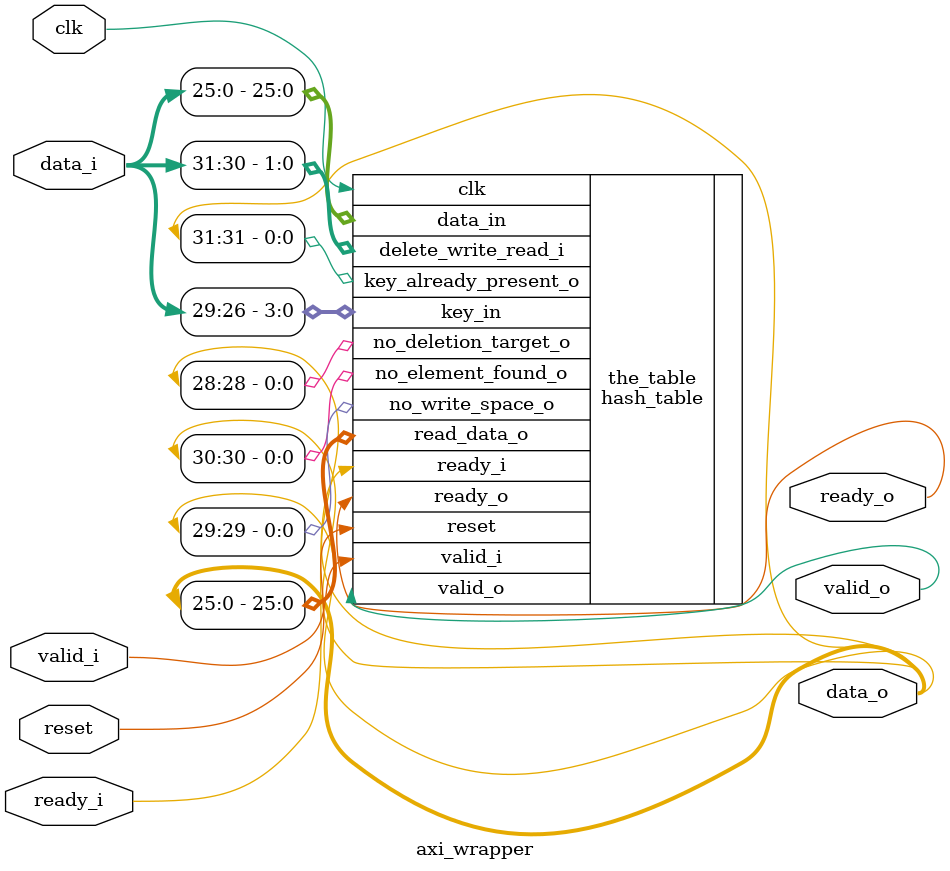
<source format=v>
module axi_wrapper #(parameter KEY_WIDTH = 4,
                     parameter DATA_WIDTH = 26,
                     parameter NUMBER_OF_TABLES = 3)
( 
    input clk,
    input reset,
    input [2+DATA_WIDTH+KEY_WIDTH-1:0] data_i,
    input ready_i,
    input valid_i,
    output ready_o,
    output valid_o,
    output [2+DATA_WIDTH+KEY_WIDTH-1:0] data_o );


hash_table #( .KEY_WIDTH(KEY_WIDTH),
              .DATA_WIDTH(DATA_WIDTH),
              .NUMBER_OF_TABLES(NUMBER_OF_TABLES)) 
the_table ( 
    .clk(clk),
    .reset(reset),
    .key_in(data_i[DATA_WIDTH+KEY_WIDTH-1:DATA_WIDTH]),
    .data_in(data_i[DATA_WIDTH-1:0]),
    .delete_write_read_i(data_i[DATA_WIDTH+KEY_WIDTH+2-1:DATA_WIDTH+KEY_WIDTH]),
    .ready_i(ready_i),
    .valid_i(valid_i),
    .ready_o(ready_o),
    .valid_o(valid_o),
    .read_data_o(data_o[DATA_WIDTH-1:0]),
    .no_deletion_target_o(data_o[28]),
    .no_write_space_o(data_o[29]),
    .no_element_found_o(data_o[30]),
    .key_already_present_o(data_o[31]));
endmodule
</source>
